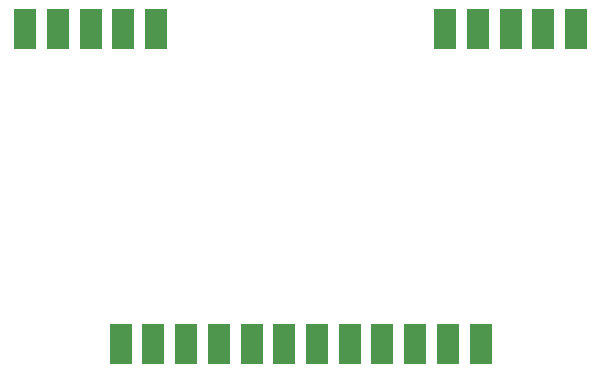
<source format=gbp>
%TF.GenerationSoftware,KiCad,Pcbnew,(6.0.7)*%
%TF.CreationDate,2022-08-10T23:52:05+02:00*%
%TF.ProjectId,atari-lpt-joysticks,61746172-692d-46c7-9074-2d6a6f797374,rev?*%
%TF.SameCoordinates,Original*%
%TF.FileFunction,Paste,Bot*%
%TF.FilePolarity,Positive*%
%FSLAX46Y46*%
G04 Gerber Fmt 4.6, Leading zero omitted, Abs format (unit mm)*
G04 Created by KiCad (PCBNEW (6.0.7)) date 2022-08-10 23:52:05*
%MOMM*%
%LPD*%
G01*
G04 APERTURE LIST*
%ADD10R,1.846667X3.480000*%
G04 APERTURE END LIST*
D10*
%TO.C,J1*%
X101605000Y-92097500D03*
X104375000Y-92097500D03*
X107145000Y-92097500D03*
X109915000Y-92097500D03*
X112685000Y-92097500D03*
X115455000Y-92097500D03*
X118225000Y-92097500D03*
X120995000Y-92097500D03*
X123765000Y-92097500D03*
X126535000Y-92097500D03*
X129305000Y-92097500D03*
X132075000Y-92097500D03*
%TD*%
%TO.C,Joystick-4*%
X93520000Y-65482500D03*
X96290000Y-65482500D03*
X99060000Y-65482500D03*
X101830000Y-65482500D03*
X104600000Y-65482500D03*
%TD*%
%TO.C,Joystick-3*%
X129080000Y-65482500D03*
X131850000Y-65482500D03*
X134620000Y-65482500D03*
X137390000Y-65482500D03*
X140160000Y-65482500D03*
%TD*%
M02*

</source>
